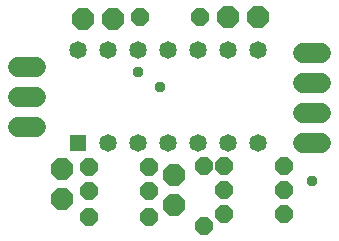
<source format=gbr>
G04 EAGLE Gerber RS-274X export*
G75*
%MOMM*%
%FSLAX34Y34*%
%LPD*%
%INSoldermask Top*%
%IPPOS*%
%AMOC8*
5,1,8,0,0,1.08239X$1,22.5*%
G01*
%ADD10R,1.481200X1.481200*%
%ADD11C,1.481200*%
%ADD12P,1.649562X8X22.500000*%
%ADD13P,1.649562X8X202.500000*%
%ADD14P,1.649562X8X112.500000*%
%ADD15P,1.951982X8X202.500000*%
%ADD16P,1.951982X8X112.500000*%
%ADD17C,1.727200*%
%ADD18C,0.959600*%


D10*
X190500Y214300D03*
D11*
X215900Y214300D03*
X241300Y214300D03*
X266700Y214300D03*
X292100Y214300D03*
X317500Y214300D03*
X342900Y214300D03*
X342900Y293700D03*
X317500Y293700D03*
X292100Y293700D03*
X266700Y293700D03*
X241300Y293700D03*
X215900Y293700D03*
X190500Y293700D03*
D12*
X199390Y194310D03*
X250190Y194310D03*
D13*
X250190Y173990D03*
X199390Y173990D03*
X250190Y152400D03*
X199390Y152400D03*
D14*
X297180Y144780D03*
X297180Y195580D03*
D13*
X364490Y154940D03*
X313690Y154940D03*
D12*
X313690Y175260D03*
X364490Y175260D03*
X313690Y195580D03*
X364490Y195580D03*
D13*
X293370Y321310D03*
X242570Y321310D03*
D15*
X342900Y321310D03*
X317500Y321310D03*
X219710Y320040D03*
X194310Y320040D03*
D16*
X271780Y162560D03*
X271780Y187960D03*
D17*
X381000Y290830D02*
X396240Y290830D01*
X396240Y265430D02*
X381000Y265430D01*
X381000Y240030D02*
X396240Y240030D01*
X396240Y214630D02*
X381000Y214630D01*
X154959Y278594D02*
X139719Y278594D01*
X139719Y253194D02*
X154959Y253194D01*
X154959Y227794D02*
X139719Y227794D01*
D16*
X176418Y167108D03*
X176418Y192508D03*
D18*
X259881Y262090D03*
X388620Y182880D03*
X241190Y274334D03*
M02*

</source>
